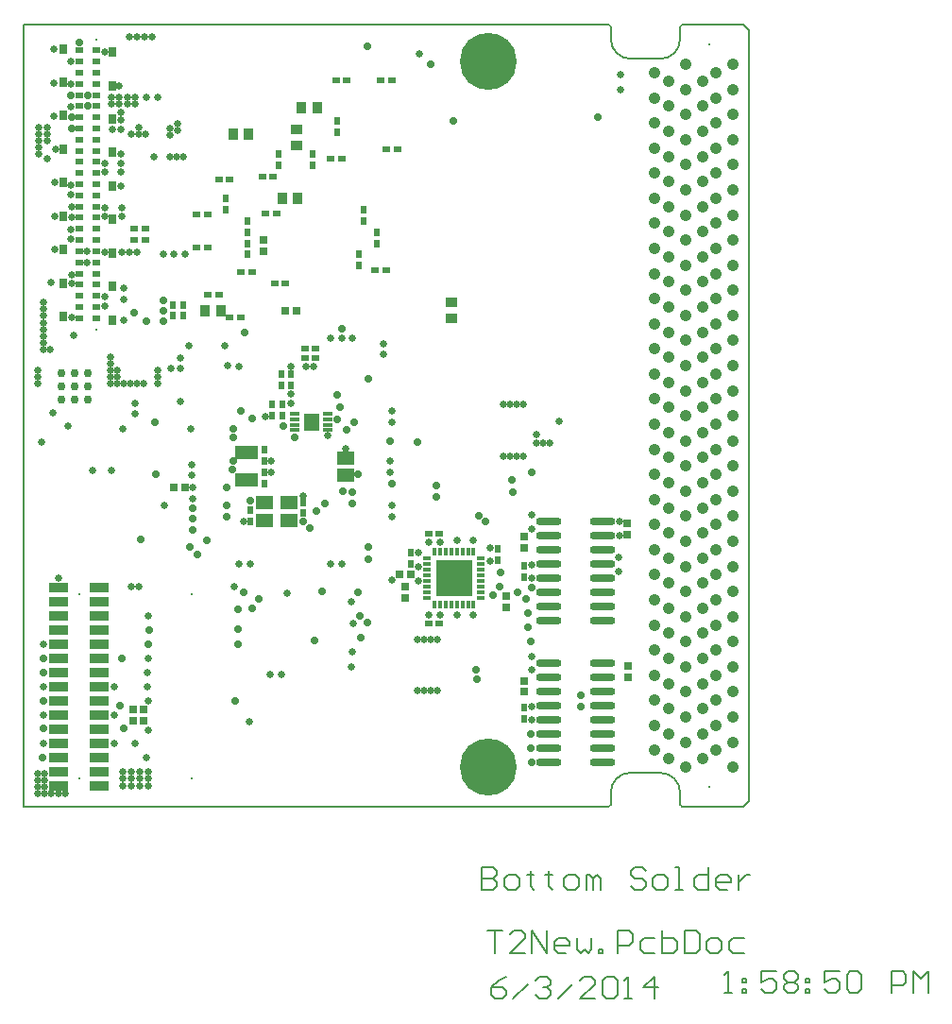
<source format=gbs>
%FSLAX44Y44*%
%MOMM*%
G71*
G01*
G75*
G04 Layer_Color=16711935*
%ADD10O,2.2000X0.6000*%
%ADD11R,0.6000X0.6000*%
%ADD12R,0.6000X0.5000*%
%ADD13R,2.7940X0.7366*%
%ADD14R,0.6000X1.2000*%
%ADD15R,1.6500X0.3000*%
%ADD16R,2.6000X1.1000*%
%ADD17R,1.0000X1.5000*%
%ADD18R,0.6000X0.6000*%
%ADD19R,0.5000X0.6000*%
%ADD20R,0.8000X0.9000*%
%ADD21R,1.0000X1.6000*%
%ADD22R,0.7000X0.3000*%
%ADD23R,1.2000X0.6000*%
%ADD24R,0.9000X0.7000*%
%ADD25R,0.7000X0.9000*%
%ADD26R,0.6500X0.9000*%
%ADD27R,1.1000X1.4000*%
%ADD28R,0.7000X0.6000*%
%ADD29R,1.4000X1.1000*%
%ADD30R,0.6000X0.7000*%
%ADD31O,0.8000X0.5000*%
%ADD32O,0.3500X0.9500*%
%ADD33O,0.9500X0.3500*%
%ADD34R,3.1500X3.1500*%
%ADD35C,0.2700*%
%ADD36O,0.2500X1.5500*%
%ADD37O,1.5500X0.2500*%
%ADD38C,0.5000*%
%ADD39C,0.1270*%
%ADD40C,0.5080*%
%ADD41C,0.6350*%
%ADD42C,0.2540*%
%ADD43C,0.1778*%
%ADD44C,0.2032*%
%ADD45C,0.3048*%
%ADD46C,0.1524*%
%ADD47R,0.9000X0.6000*%
%ADD48R,1.4000X3.3000*%
%ADD49R,1.1000X1.9000*%
%ADD50R,2.5400X0.6350*%
%ADD51R,0.6000X1.6250*%
%ADD52R,3.9250X2.0000*%
%ADD53R,4.0250X0.7250*%
%ADD54R,2.0000X1.5000*%
%ADD55R,1.3750X0.3000*%
%ADD56R,0.9000X0.6500*%
%ADD57R,0.8000X1.2500*%
%ADD58R,1.9000X4.3000*%
%ADD59R,2.1500X2.2250*%
%ADD60R,3.0000X5.8750*%
%ADD61R,2.6000X0.9000*%
%ADD62R,2.5750X2.2750*%
%ADD63R,5.8500X2.1250*%
%ADD64R,3.6000X1.8000*%
%ADD65R,1.4000X3.8000*%
%ADD66R,1.3000X3.3000*%
%ADD67R,2.6000X0.9000*%
%ADD68R,2.6000X0.9000*%
%ADD69R,2.6000X1.0000*%
%ADD70R,2.6000X1.0000*%
%ADD71R,3.8000X2.2000*%
%ADD72R,1.8000X1.6000*%
%ADD73C,0.6000*%
%ADD74C,0.1270*%
%ADD75C,0.2000*%
%ADD76C,0.9500*%
%ADD77C,5.0000*%
%ADD78C,0.6600*%
%ADD79C,0.5588*%
%ADD80C,1.0160*%
%ADD81C,1.3970*%
%ADD82R,1.6000X0.5000*%
%ADD83R,0.5000X1.6000*%
%ADD84R,13.4000X2.8000*%
%ADD85C,0.8080*%
%ADD86C,1.5240*%
%ADD87C,1.2700*%
%ADD88C,1.2080*%
%ADD89C,1.4080*%
%ADD90C,2.3080*%
G04:AMPARAMS|DCode=91|XSize=1.158mm|YSize=1.158mm|CornerRadius=0mm|HoleSize=0mm|Usage=FLASHONLY|Rotation=0.000|XOffset=0mm|YOffset=0mm|HoleType=Round|Shape=Relief|Width=0.254mm|Gap=0.127mm|Entries=4|*
%AMTHD91*
7,0,0,1.1580,0.9040,0.2540,45*
%
%ADD91THD91*%
%ADD92C,1.1580*%
G04:AMPARAMS|DCode=93|XSize=0.808mm|YSize=0.808mm|CornerRadius=0mm|HoleSize=0mm|Usage=FLASHONLY|Rotation=0.000|XOffset=0mm|YOffset=0mm|HoleType=Round|Shape=Relief|Width=0.254mm|Gap=0.127mm|Entries=4|*
%AMTHD93*
7,0,0,0.8080,0.5540,0.2540,45*
%
%ADD93THD93*%
%ADD94C,3.0080*%
%ADD95C,0.8128*%
%ADD96R,1.6000X0.5000*%
%ADD97R,2.2000X2.8000*%
%ADD98R,11.2000X2.8000*%
%ADD99C,0.8380*%
%ADD100R,6.5000X2.8000*%
%ADD101R,6.8000X2.8000*%
%ADD102R,2.3000X2.7000*%
%ADD103R,11.0000X2.8000*%
%ADD104R,0.2500X0.6000*%
%ADD105R,0.6000X0.2500*%
%ADD106R,3.1000X3.1000*%
%ADD107R,1.6764X0.7366*%
%ADD108R,0.7000X0.5000*%
%ADD109R,0.6500X0.8000*%
%ADD110R,1.4000X1.2000*%
%ADD111R,1.9000X1.1000*%
%ADD112R,0.9000X0.8000*%
%ADD113R,0.7500X0.3000*%
%ADD114R,1.3600X1.4600*%
%ADD115C,0.7112*%
%ADD116R,1.6000X1.4000*%
%ADD117R,3.4290X0.6350*%
%ADD118R,0.8000X0.8000*%
%ADD119R,4.8500X1.5000*%
%ADD120R,1.6000X1.5000*%
%ADD121R,2.1750X1.5000*%
%ADD122R,1.6000X0.8000*%
%ADD123R,1.5750X1.5000*%
%ADD124R,1.3500X3.8000*%
%ADD125R,0.9000X0.9500*%
%ADD126R,0.6750X2.1250*%
%ADD127R,0.7500X2.1250*%
%ADD128R,1.5500X1.3750*%
%ADD129R,3.3000X0.8000*%
%ADD130R,2.2000X2.3000*%
%ADD131R,4.4000X0.7000*%
%ADD132R,4.4000X2.0000*%
%ADD133R,3.3250X2.7500*%
%ADD134R,2.1500X0.8000*%
%ADD135R,1.8500X3.8250*%
%ADD136R,1.5750X0.5250*%
%ADD137R,1.7000X0.5000*%
%ADD138R,1.4750X0.8000*%
%ADD139R,1.4500X0.8000*%
%ADD140R,1.6000X1.5250*%
%ADD141R,1.4500X0.8000*%
%ADD142R,1.6250X1.5000*%
%ADD143R,1.3500X1.8000*%
%ADD144R,1.5250X1.5000*%
%ADD145R,1.4500X1.8000*%
%ADD146R,1.5500X1.5000*%
%ADD147R,1.6500X0.8000*%
%ADD148R,1.6500X2.5000*%
%ADD149R,1.3970X2.4130*%
%ADD150R,1.3970X0.6350*%
%ADD151C,0.6000*%
%ADD152C,0.2500*%
%ADD153C,0.2000*%
%ADD154C,0.1500*%
%ADD155R,0.8000X1.4000*%
%ADD156R,1.3000X1.3000*%
%ADD157C,1.2000*%
%ADD158O,2.3016X0.7016*%
%ADD159R,0.7016X0.7016*%
%ADD160R,0.7016X0.6016*%
%ADD161R,2.8956X0.8382*%
%ADD162R,0.7016X1.3016*%
%ADD163R,1.7516X0.4016*%
%ADD164R,2.7016X1.2016*%
%ADD165R,0.7016X0.7016*%
%ADD166R,0.6016X0.7016*%
%ADD167R,0.9016X1.0016*%
%ADD168R,1.1016X1.7016*%
%ADD169R,0.8016X0.4016*%
%ADD170R,1.3016X0.7016*%
%ADD171R,1.0016X0.8016*%
%ADD172R,0.8016X1.0016*%
%ADD173R,0.7516X1.0016*%
%ADD174R,1.2016X1.5016*%
%ADD175R,0.8016X0.7016*%
%ADD176R,1.5016X1.2016*%
%ADD177R,0.7016X0.8016*%
%ADD178O,0.9016X0.6016*%
%ADD179O,0.4516X1.0516*%
%ADD180O,1.0516X0.4516*%
%ADD181R,3.2516X3.2516*%
%ADD182C,0.3716*%
%ADD183O,0.3516X1.6516*%
%ADD184O,1.6516X0.3516*%
%ADD185C,0.6016*%
%ADD186C,0.2286*%
%ADD187C,0.3016*%
%ADD188C,1.0516*%
%ADD189C,5.1016*%
%ADD190C,0.7016*%
%ADD191C,0.6604*%
%ADD192R,0.3516X0.7016*%
%ADD193R,0.7016X0.3516*%
%ADD194R,3.2016X3.2016*%
%ADD195R,1.7780X0.8382*%
%ADD196R,0.8016X0.6016*%
%ADD197R,0.7516X0.9016*%
%ADD198R,1.5016X1.3016*%
%ADD199R,2.0016X1.2016*%
%ADD200R,1.0016X0.9016*%
%ADD201R,0.8516X0.4016*%
%ADD202R,1.4616X1.5616*%
%ADD203C,0.7616*%
D39*
X200000Y200000D02*
X724500D01*
D46*
X611000Y145994D02*
Y126000D01*
X620997D01*
X624329Y129332D01*
Y132664D01*
X620997Y135997D01*
X611000D01*
X620997D01*
X624329Y139329D01*
Y142661D01*
X620997Y145994D01*
X611000D01*
X634326Y126000D02*
X640990D01*
X644323Y129332D01*
Y135997D01*
X640990Y139329D01*
X634326D01*
X630994Y135997D01*
Y129332D01*
X634326Y126000D01*
X654319Y142661D02*
Y139329D01*
X650987D01*
X657652D01*
X654319D01*
Y129332D01*
X657652Y126000D01*
X670981Y142661D02*
Y139329D01*
X667648D01*
X674313D01*
X670981D01*
Y129332D01*
X674313Y126000D01*
X687642D02*
X694306D01*
X697639Y129332D01*
Y135997D01*
X694306Y139329D01*
X687642D01*
X684310Y135997D01*
Y129332D01*
X687642Y126000D01*
X704303D02*
Y139329D01*
X707635D01*
X710968Y135997D01*
Y126000D01*
Y135997D01*
X714300Y139329D01*
X717632Y135997D01*
Y126000D01*
X757619Y142661D02*
X754287Y145994D01*
X747623D01*
X744290Y142661D01*
Y139329D01*
X747623Y135997D01*
X754287D01*
X757619Y132664D01*
Y129332D01*
X754287Y126000D01*
X747623D01*
X744290Y129332D01*
X767616Y126000D02*
X774281D01*
X777613Y129332D01*
Y135997D01*
X774281Y139329D01*
X767616D01*
X764284Y135997D01*
Y129332D01*
X767616Y126000D01*
X784277D02*
X790942D01*
X787610D01*
Y145994D01*
X784277D01*
X814268D02*
Y126000D01*
X804271D01*
X800939Y129332D01*
Y135997D01*
X804271Y139329D01*
X814268D01*
X830929Y126000D02*
X824265D01*
X820932Y129332D01*
Y135997D01*
X824265Y139329D01*
X830929D01*
X834261Y135997D01*
Y132664D01*
X820932D01*
X840926Y139329D02*
Y126000D01*
Y132664D01*
X844258Y135997D01*
X847590Y139329D01*
X850923D01*
X790500Y901000D02*
G03*
X788500Y899000I0J-2000D01*
G01*
X726500D02*
G03*
X724500Y901000I-2000J0D01*
G01*
X726500Y888000D02*
G03*
X744000Y870500I17500J0D01*
G01*
X771000D02*
G03*
X788500Y888000I0J17500D01*
G01*
Y213000D02*
G03*
X771000Y230500I-17500J0D01*
G01*
X744000D02*
G03*
X726500Y213000I0J-17500D01*
G01*
X724500Y200000D02*
G03*
X726500Y202000I0J2000D01*
G01*
X788500D02*
G03*
X790500Y200000I2000J0D01*
G01*
X200000Y901000D02*
X724500D01*
X790500D02*
X845000D01*
X726500Y888000D02*
Y899000D01*
X788500Y888000D02*
Y899000D01*
X744000Y870500D02*
X771000D01*
X744000Y230500D02*
X771000D01*
X788500Y202000D02*
Y213000D01*
X726500Y202000D02*
Y213000D01*
X845000Y901000D02*
X850000Y896000D01*
Y205000D02*
Y896000D01*
X845000Y200000D02*
X850000Y205000D01*
X790500Y200000D02*
X845000D01*
X200000D02*
Y901000D01*
X616000Y88994D02*
X629329D01*
X622664D01*
Y69000D01*
X649323D02*
X635994D01*
X649323Y82329D01*
Y85661D01*
X645990Y88994D01*
X639326D01*
X635994Y85661D01*
X655987Y69000D02*
Y88994D01*
X669316Y69000D01*
Y88994D01*
X685977Y69000D02*
X679313D01*
X675981Y72332D01*
Y78997D01*
X679313Y82329D01*
X685977D01*
X689310Y78997D01*
Y75665D01*
X675981D01*
X695974Y82329D02*
Y72332D01*
X699306Y69000D01*
X702639Y72332D01*
X705971Y69000D01*
X709303Y72332D01*
Y82329D01*
X715968Y69000D02*
Y72332D01*
X719300D01*
Y69000D01*
X715968D01*
X732629D02*
Y88994D01*
X742626D01*
X745958Y85661D01*
Y78997D01*
X742626Y75665D01*
X732629D01*
X765952Y82329D02*
X755955D01*
X752623Y78997D01*
Y72332D01*
X755955Y69000D01*
X765952D01*
X772616Y88994D02*
Y69000D01*
X782613D01*
X785945Y72332D01*
Y75665D01*
Y78997D01*
X782613Y82329D01*
X772616D01*
X792610Y88994D02*
Y69000D01*
X802607D01*
X805939Y72332D01*
Y85661D01*
X802607Y88994D01*
X792610D01*
X815936Y69000D02*
X822600D01*
X825932Y72332D01*
Y78997D01*
X822600Y82329D01*
X815936D01*
X812603Y78997D01*
Y72332D01*
X815936Y69000D01*
X845926Y82329D02*
X835929D01*
X832597Y78997D01*
Y72332D01*
X835929Y69000D01*
X845926D01*
X632329Y47994D02*
X625664Y44661D01*
X619000Y37997D01*
Y31332D01*
X622332Y28000D01*
X628997D01*
X632329Y31332D01*
Y34664D01*
X628997Y37997D01*
X619000D01*
X638994Y28000D02*
X652323Y41329D01*
X658987Y44661D02*
X662319Y47994D01*
X668984D01*
X672316Y44661D01*
Y41329D01*
X668984Y37997D01*
X665652D01*
X668984D01*
X672316Y34664D01*
Y31332D01*
X668984Y28000D01*
X662319D01*
X658987Y31332D01*
X678981Y28000D02*
X692310Y41329D01*
X712303Y28000D02*
X698974D01*
X712303Y41329D01*
Y44661D01*
X708971Y47994D01*
X702307D01*
X698974Y44661D01*
X718968D02*
X722300Y47994D01*
X728965D01*
X732297Y44661D01*
Y31332D01*
X728965Y28000D01*
X722300D01*
X718968Y31332D01*
Y44661D01*
X738961Y28000D02*
X745626D01*
X742294D01*
Y47994D01*
X738961Y44661D01*
X765619Y28000D02*
Y47994D01*
X755623Y37997D01*
X768952D01*
X828000Y33000D02*
X834665D01*
X831332D01*
Y52994D01*
X828000Y49661D01*
X844661Y46329D02*
X847993D01*
Y42997D01*
X844661D01*
Y46329D01*
Y36332D02*
X847993D01*
Y33000D01*
X844661D01*
Y36332D01*
X874652Y52994D02*
X861323D01*
Y42997D01*
X867987Y46329D01*
X871319D01*
X874652Y42997D01*
Y36332D01*
X871319Y33000D01*
X864655D01*
X861323Y36332D01*
X881316Y49661D02*
X884648Y52994D01*
X891313D01*
X894645Y49661D01*
Y46329D01*
X891313Y42997D01*
X894645Y39664D01*
Y36332D01*
X891313Y33000D01*
X884648D01*
X881316Y36332D01*
Y39664D01*
X884648Y42997D01*
X881316Y46329D01*
Y49661D01*
X884648Y42997D02*
X891313D01*
X901310Y46329D02*
X904642D01*
Y42997D01*
X901310D01*
Y46329D01*
Y36332D02*
X904642D01*
Y33000D01*
X901310D01*
Y36332D01*
X931300Y52994D02*
X917971D01*
Y42997D01*
X924635Y46329D01*
X927968D01*
X931300Y42997D01*
Y36332D01*
X927968Y33000D01*
X921303D01*
X917971Y36332D01*
X937964Y49661D02*
X941297Y52994D01*
X947961D01*
X951294Y49661D01*
Y36332D01*
X947961Y33000D01*
X941297D01*
X937964Y36332D01*
Y49661D01*
X977952Y33000D02*
Y52994D01*
X987948D01*
X991281Y49661D01*
Y42997D01*
X987948Y39664D01*
X977952D01*
X997945Y33000D02*
Y52994D01*
X1004610Y46329D01*
X1011274Y52994D01*
Y33000D01*
D158*
X719000Y455450D02*
D03*
Y442750D02*
D03*
Y430050D02*
D03*
Y417350D02*
D03*
Y404650D02*
D03*
Y391950D02*
D03*
Y379250D02*
D03*
Y366550D02*
D03*
X671000Y455450D02*
D03*
Y442750D02*
D03*
Y430050D02*
D03*
Y417350D02*
D03*
Y404650D02*
D03*
Y391950D02*
D03*
Y379250D02*
D03*
Y366550D02*
D03*
X719000Y328450D02*
D03*
Y315750D02*
D03*
Y303050D02*
D03*
Y290350D02*
D03*
Y277650D02*
D03*
Y264950D02*
D03*
Y252250D02*
D03*
Y239550D02*
D03*
X671000Y328450D02*
D03*
Y315750D02*
D03*
Y303050D02*
D03*
Y290350D02*
D03*
Y277650D02*
D03*
Y264950D02*
D03*
Y252250D02*
D03*
Y239550D02*
D03*
D159*
X633000Y389000D02*
D03*
Y379000D02*
D03*
X542000Y397000D02*
D03*
Y387000D02*
D03*
X415000Y698000D02*
D03*
Y708000D02*
D03*
X741000Y454000D02*
D03*
Y444000D02*
D03*
X649000Y303000D02*
D03*
Y313000D02*
D03*
Y442000D02*
D03*
Y432000D02*
D03*
X742000Y316000D02*
D03*
Y326000D02*
D03*
D160*
X475000Y781000D02*
D03*
X485000D02*
D03*
X452000Y611000D02*
D03*
X462000D02*
D03*
X452000Y602000D02*
D03*
X462000D02*
D03*
X309000Y708000D02*
D03*
X299000D02*
D03*
X309000Y718000D02*
D03*
X299000D02*
D03*
X385000Y762000D02*
D03*
X375000D02*
D03*
X365000Y731000D02*
D03*
X355000D02*
D03*
X355000Y701000D02*
D03*
X365000D02*
D03*
X405000Y679000D02*
D03*
X395000D02*
D03*
X365000Y659000D02*
D03*
X375000D02*
D03*
X525000Y789000D02*
D03*
X535000D02*
D03*
X435000Y669000D02*
D03*
X425000D02*
D03*
X385000Y639000D02*
D03*
X395000D02*
D03*
X515000Y681000D02*
D03*
X525000D02*
D03*
X414000Y765000D02*
D03*
X424000D02*
D03*
X573000Y445000D02*
D03*
X563000D02*
D03*
X573000Y364000D02*
D03*
X563000D02*
D03*
X427000Y732000D02*
D03*
X417000D02*
D03*
X480000Y851000D02*
D03*
X490000D02*
D03*
X520000D02*
D03*
X530000D02*
D03*
D165*
X445000Y645000D02*
D03*
X435000D02*
D03*
X308000Y287000D02*
D03*
X298000D02*
D03*
X308000Y277000D02*
D03*
X298000D02*
D03*
X345000Y486000D02*
D03*
X335000D02*
D03*
X537000Y408000D02*
D03*
X547000D02*
D03*
D166*
X432000Y561000D02*
D03*
Y551000D02*
D03*
X423000Y561000D02*
D03*
Y551000D02*
D03*
X416000Y500000D02*
D03*
Y490000D02*
D03*
X416000Y510000D02*
D03*
Y520000D02*
D03*
X431000Y578000D02*
D03*
Y588000D02*
D03*
X440000Y578000D02*
D03*
Y588000D02*
D03*
X451000Y473000D02*
D03*
Y463000D02*
D03*
X403000Y456000D02*
D03*
Y466000D02*
D03*
X334000Y650000D02*
D03*
Y640000D02*
D03*
X343000Y650000D02*
D03*
Y640000D02*
D03*
X649000Y279000D02*
D03*
Y289000D02*
D03*
Y406000D02*
D03*
Y416000D02*
D03*
X381000Y735000D02*
D03*
Y745000D02*
D03*
X401000Y705000D02*
D03*
Y695000D02*
D03*
X401000Y715000D02*
D03*
Y725000D02*
D03*
X429000Y785000D02*
D03*
Y775000D02*
D03*
X501000Y695000D02*
D03*
Y685000D02*
D03*
X459000Y785000D02*
D03*
Y775000D02*
D03*
X517000Y715000D02*
D03*
Y705000D02*
D03*
X505000Y725000D02*
D03*
Y735000D02*
D03*
X481000Y815000D02*
D03*
Y805000D02*
D03*
X547000Y418000D02*
D03*
Y428000D02*
D03*
X625000Y421000D02*
D03*
Y431000D02*
D03*
D167*
X432000Y745000D02*
D03*
X446000D02*
D03*
X402000Y803000D02*
D03*
X388000D02*
D03*
X463000Y827000D02*
D03*
X449000D02*
D03*
X377000Y645000D02*
D03*
X363000D02*
D03*
D176*
X489000Y512500D02*
D03*
Y497500D02*
D03*
D186*
X350680Y390350D02*
D03*
Y225350D02*
D03*
X249680Y390450D02*
D03*
Y225350D02*
D03*
D187*
X265000Y628000D02*
D03*
Y888000D02*
D03*
X814500Y883500D02*
D03*
Y217500D02*
D03*
D188*
X836000Y865500D02*
D03*
X821000Y858000D02*
D03*
X808500Y850500D02*
D03*
X836000Y843000D02*
D03*
X821000Y835500D02*
D03*
X808500Y828000D02*
D03*
X836000Y820500D02*
D03*
X821000Y813000D02*
D03*
X808500Y805500D02*
D03*
X836000Y798000D02*
D03*
X821000Y790500D02*
D03*
X808500Y783000D02*
D03*
X836000Y775500D02*
D03*
X821000Y768000D02*
D03*
X808500Y760500D02*
D03*
X836000Y753000D02*
D03*
X821000Y745500D02*
D03*
X808500Y738000D02*
D03*
X836000Y730500D02*
D03*
X821000Y723000D02*
D03*
X808500Y715500D02*
D03*
X836000Y708000D02*
D03*
X821000Y700500D02*
D03*
X808500Y693000D02*
D03*
X836000Y685500D02*
D03*
X821000Y678000D02*
D03*
X808500Y670500D02*
D03*
X836000Y663000D02*
D03*
X821000Y655500D02*
D03*
X808500Y648000D02*
D03*
X836000Y640500D02*
D03*
X821000Y633000D02*
D03*
X808500Y625500D02*
D03*
X836000Y618000D02*
D03*
X821000Y610500D02*
D03*
X808500Y603000D02*
D03*
X836000Y595500D02*
D03*
X821000Y588000D02*
D03*
X808500Y580500D02*
D03*
X836000Y573000D02*
D03*
X821000Y565500D02*
D03*
X808500Y558000D02*
D03*
X836000Y550500D02*
D03*
X821000Y543000D02*
D03*
X808500Y535500D02*
D03*
X836000Y528000D02*
D03*
X821000Y520500D02*
D03*
X808500Y513000D02*
D03*
X836000Y505500D02*
D03*
X821000Y498000D02*
D03*
X808500Y490500D02*
D03*
X836000Y483000D02*
D03*
X821000Y475500D02*
D03*
X808500Y468000D02*
D03*
X836000Y460500D02*
D03*
X821000Y453000D02*
D03*
X808500Y445500D02*
D03*
X836000Y438000D02*
D03*
X821000Y430500D02*
D03*
X808500Y423000D02*
D03*
X836000Y415500D02*
D03*
X821000Y408000D02*
D03*
X808500Y400500D02*
D03*
X836000Y393000D02*
D03*
X821000Y385500D02*
D03*
X808500Y378000D02*
D03*
X836000Y370500D02*
D03*
X821000Y363000D02*
D03*
X808500Y355500D02*
D03*
X836000Y348000D02*
D03*
X821000Y340500D02*
D03*
X808500Y333000D02*
D03*
X836000Y325500D02*
D03*
X821000Y318000D02*
D03*
X808500Y310500D02*
D03*
X836000Y303000D02*
D03*
X821000Y295500D02*
D03*
X808500Y288000D02*
D03*
X836000Y280500D02*
D03*
X821000Y273000D02*
D03*
X808500Y265500D02*
D03*
X836000Y258000D02*
D03*
X821000Y250500D02*
D03*
X808500Y243000D02*
D03*
X836000Y235500D02*
D03*
X793500D02*
D03*
X778500Y243000D02*
D03*
X766000Y250500D02*
D03*
X793500Y258000D02*
D03*
X778500Y265500D02*
D03*
X766000Y273000D02*
D03*
X793500Y280500D02*
D03*
X778500Y288000D02*
D03*
X766000Y295500D02*
D03*
X793500Y303000D02*
D03*
X778500Y310500D02*
D03*
X766000Y318000D02*
D03*
X793500Y325500D02*
D03*
X778500Y333000D02*
D03*
X766000Y340500D02*
D03*
X793500Y348000D02*
D03*
X778500Y355500D02*
D03*
X766000Y363000D02*
D03*
X793500Y370500D02*
D03*
X778500Y378000D02*
D03*
X766000Y385500D02*
D03*
X793500Y393000D02*
D03*
X778500Y400500D02*
D03*
X766000Y408000D02*
D03*
X793500Y415500D02*
D03*
X778500Y423000D02*
D03*
X766000Y430500D02*
D03*
X793500Y438000D02*
D03*
X778500Y445500D02*
D03*
X766000Y453000D02*
D03*
X793500Y460500D02*
D03*
X778500Y468000D02*
D03*
X766000Y475500D02*
D03*
X793500Y483000D02*
D03*
X778500Y490500D02*
D03*
X766000Y498000D02*
D03*
X793500Y505500D02*
D03*
X778500Y513000D02*
D03*
X766000Y520500D02*
D03*
X793500Y528000D02*
D03*
X778500Y535500D02*
D03*
X766000Y543000D02*
D03*
X793500Y550500D02*
D03*
X778500Y558000D02*
D03*
X766000Y565500D02*
D03*
X793500Y573000D02*
D03*
X778500Y580500D02*
D03*
X766000Y588000D02*
D03*
X793500Y595500D02*
D03*
X778500Y603000D02*
D03*
X766000Y610500D02*
D03*
X793500Y618000D02*
D03*
X778500Y625500D02*
D03*
X766000Y633000D02*
D03*
X793500Y640500D02*
D03*
X778500Y648000D02*
D03*
X766000Y655500D02*
D03*
X793500Y663000D02*
D03*
X778500Y670500D02*
D03*
X766000Y678000D02*
D03*
X793500Y685500D02*
D03*
X778500Y693000D02*
D03*
X766000Y700500D02*
D03*
X793500Y708000D02*
D03*
X778500Y715500D02*
D03*
X766000Y723000D02*
D03*
X793500Y730500D02*
D03*
X778500Y738000D02*
D03*
X766000Y745500D02*
D03*
X793500Y753000D02*
D03*
X778500Y760500D02*
D03*
X766000Y768000D02*
D03*
X793500Y775500D02*
D03*
X778500Y783000D02*
D03*
X766000Y790500D02*
D03*
X793500Y798000D02*
D03*
X778500Y805500D02*
D03*
X766000Y813000D02*
D03*
X793500Y820500D02*
D03*
X778500Y828000D02*
D03*
X766000Y835500D02*
D03*
X793500Y843000D02*
D03*
X778500Y850500D02*
D03*
X766000Y858000D02*
D03*
X793500Y865500D02*
D03*
D189*
X617000Y868000D02*
D03*
Y235500D02*
D03*
D190*
X411000Y386000D02*
D03*
X481000Y569000D02*
D03*
X486000Y483000D02*
D03*
X312300Y358700D02*
D03*
X312000Y346000D02*
D03*
X397510Y392430D02*
D03*
X242000Y838000D02*
D03*
X508000Y365000D02*
D03*
X258000Y838000D02*
D03*
Y828000D02*
D03*
X405250Y377750D02*
D03*
X305000Y440000D02*
D03*
X317999Y544999D02*
D03*
X502000Y352000D02*
D03*
X500000Y392000D02*
D03*
X392000Y346000D02*
D03*
Y359000D02*
D03*
Y377000D02*
D03*
X470000Y472000D02*
D03*
X457000Y450000D02*
D03*
X553000Y527000D02*
D03*
X288000Y333000D02*
D03*
X462500Y465250D02*
D03*
X565000Y866000D02*
D03*
X585000Y815000D02*
D03*
X495000Y482000D02*
D03*
X495000Y472000D02*
D03*
X508750Y432750D02*
D03*
X530000Y490000D02*
D03*
X570000Y478000D02*
D03*
Y488000D02*
D03*
X496000Y545000D02*
D03*
X490000Y538000D02*
D03*
X508000Y882000D02*
D03*
X352000Y448000D02*
D03*
X382000Y460000D02*
D03*
Y470000D02*
D03*
X352000Y458000D02*
D03*
Y468000D02*
D03*
X382000Y486000D02*
D03*
X715050Y817950D02*
D03*
X405000Y548000D02*
D03*
X395000Y555000D02*
D03*
X655050Y264950D02*
D03*
X654750Y252250D02*
D03*
X655450Y239550D02*
D03*
X243000Y818000D02*
D03*
X243000Y808000D02*
D03*
X433250Y541000D02*
D03*
X443000Y531500D02*
D03*
X481000Y547500D02*
D03*
X387000Y502000D02*
D03*
X388000Y510000D02*
D03*
X403000Y474000D02*
D03*
X451000Y456000D02*
D03*
X500000Y498000D02*
D03*
X250000Y885000D02*
D03*
X299000Y642750D02*
D03*
X290000Y270000D02*
D03*
X286447Y290553D02*
D03*
X398000Y625000D02*
D03*
X325000Y635000D02*
D03*
X218000Y270000D02*
D03*
X325000Y645000D02*
D03*
Y654000D02*
D03*
X310000Y635000D02*
D03*
X484000Y558000D02*
D03*
X388000Y531000D02*
D03*
Y539000D02*
D03*
X319000Y498000D02*
D03*
X349000Y433000D02*
D03*
X356000Y426000D02*
D03*
X364000Y439000D02*
D03*
X390000Y295200D02*
D03*
X218000Y333300D02*
D03*
Y320600D02*
D03*
Y295200D02*
D03*
X217400Y244400D02*
D03*
X501750Y371250D02*
D03*
X468000Y393000D02*
D03*
X461000Y349000D02*
D03*
X509500Y583500D02*
D03*
X529000Y528000D02*
D03*
X509000Y422000D02*
D03*
X608500Y461000D02*
D03*
X614000Y455500D02*
D03*
X606000Y322500D02*
D03*
X606500Y314500D02*
D03*
X621000Y389500D02*
D03*
X627000Y397500D02*
D03*
X700000Y289500D02*
D03*
Y300000D02*
D03*
X627500Y410000D02*
D03*
X654450Y348050D02*
D03*
X652250Y360750D02*
D03*
X652550Y373450D02*
D03*
X642500Y392000D02*
D03*
X650500Y386000D02*
D03*
X655500Y396500D02*
D03*
X639000Y482000D02*
D03*
X637500Y493000D02*
D03*
X655550Y499450D02*
D03*
X485000Y628500D02*
D03*
D191*
X389000Y397000D02*
D03*
X231000Y405000D02*
D03*
X297000Y397000D02*
D03*
X303000D02*
D03*
X495250Y364750D02*
D03*
X494750Y338750D02*
D03*
X340500Y602500D02*
D03*
X216000Y527000D02*
D03*
X493750Y325750D02*
D03*
X300000Y257000D02*
D03*
X436000Y391250D02*
D03*
X402500Y276000D02*
D03*
X493750Y384250D02*
D03*
X421000Y319000D02*
D03*
X431000D02*
D03*
X495000Y620000D02*
D03*
X485000D02*
D03*
X475000D02*
D03*
X523000Y615000D02*
D03*
Y606000D02*
D03*
X380500Y613500D02*
D03*
X735000Y856000D02*
D03*
Y843000D02*
D03*
X656000Y278000D02*
D03*
Y290000D02*
D03*
Y323000D02*
D03*
Y335000D02*
D03*
Y405000D02*
D03*
Y417000D02*
D03*
X345000Y695000D02*
D03*
X335000D02*
D03*
X325000D02*
D03*
X256500Y688000D02*
D03*
X256750Y698000D02*
D03*
X243000Y639000D02*
D03*
Y669000D02*
D03*
Y677000D02*
D03*
X228000Y700000D02*
D03*
X242000Y709000D02*
D03*
Y717000D02*
D03*
X225000Y670000D02*
D03*
X555000Y875000D02*
D03*
X440000Y595000D02*
D03*
X460000D02*
D03*
X453000Y595000D02*
D03*
X439500Y570500D02*
D03*
Y561500D02*
D03*
X473000Y532500D02*
D03*
X383000Y595500D02*
D03*
X393000Y595000D02*
D03*
X417000Y550000D02*
D03*
X352000Y476000D02*
D03*
Y486000D02*
D03*
X351000Y507000D02*
D03*
Y497000D02*
D03*
X422000Y510000D02*
D03*
Y500000D02*
D03*
X326000Y470000D02*
D03*
X289000Y539000D02*
D03*
X397000Y456000D02*
D03*
X451000Y479000D02*
D03*
X485000Y418000D02*
D03*
X475000Y418000D02*
D03*
X489000Y521000D02*
D03*
X529000Y510000D02*
D03*
Y500000D02*
D03*
X530000Y555000D02*
D03*
Y545000D02*
D03*
Y470000D02*
D03*
Y460000D02*
D03*
X403000Y418000D02*
D03*
X393000Y418000D02*
D03*
X312000Y269000D02*
D03*
Y295000D02*
D03*
X311860Y333300D02*
D03*
X312000Y371000D02*
D03*
X310000Y244500D02*
D03*
X311500Y231500D02*
D03*
X304000D02*
D03*
X296500D02*
D03*
X289000D02*
D03*
X311500Y219000D02*
D03*
X304000D02*
D03*
X296500D02*
D03*
X289000D02*
D03*
X311500Y225250D02*
D03*
X304000D02*
D03*
X296500D02*
D03*
X289000D02*
D03*
X219000Y230000D02*
D03*
Y224000D02*
D03*
Y218000D02*
D03*
Y212000D02*
D03*
X237000D02*
D03*
X231000D02*
D03*
X225000D02*
D03*
X273000Y657000D02*
D03*
Y649000D02*
D03*
X290000Y665000D02*
D03*
Y655000D02*
D03*
Y636000D02*
D03*
X273000Y697000D02*
D03*
X288000D02*
D03*
X295000D02*
D03*
X302000D02*
D03*
X228000Y729000D02*
D03*
X273000Y737000D02*
D03*
Y729000D02*
D03*
X288000Y737000D02*
D03*
Y729000D02*
D03*
X273000Y777000D02*
D03*
Y769000D02*
D03*
X287000Y785000D02*
D03*
Y777000D02*
D03*
Y769000D02*
D03*
Y756000D02*
D03*
X229000Y789000D02*
D03*
X242000Y757000D02*
D03*
Y749000D02*
D03*
X228000Y760000D02*
D03*
X287000Y816000D02*
D03*
X286000Y846000D02*
D03*
X273000Y877000D02*
D03*
X227000Y879000D02*
D03*
X242000Y868000D02*
D03*
Y848000D02*
D03*
X227000Y849000D02*
D03*
Y819000D02*
D03*
X242500Y827750D02*
D03*
X243500Y738000D02*
D03*
Y728000D02*
D03*
X332000Y593000D02*
D03*
X341000Y593000D02*
D03*
X348500Y613500D02*
D03*
X350000Y539000D02*
D03*
X341000Y563000D02*
D03*
X262000Y501500D02*
D03*
X279000D02*
D03*
X309000Y803000D02*
D03*
X303000D02*
D03*
X297000D02*
D03*
X303000Y809000D02*
D03*
X310000Y836000D02*
D03*
X320000D02*
D03*
X331000Y808000D02*
D03*
X338000Y812000D02*
D03*
X331000Y783000D02*
D03*
X337000D02*
D03*
X343000D02*
D03*
X338000Y806000D02*
D03*
X331000Y802000D02*
D03*
X287000Y822000D02*
D03*
X317000Y783000D02*
D03*
X218000Y652000D02*
D03*
Y646000D02*
D03*
Y640000D02*
D03*
Y634000D02*
D03*
Y628000D02*
D03*
Y622000D02*
D03*
Y616000D02*
D03*
Y610000D02*
D03*
X224000D02*
D03*
X213000Y579000D02*
D03*
Y585000D02*
D03*
Y591000D02*
D03*
X245000Y623000D02*
D03*
X239500Y541250D02*
D03*
X278000Y603000D02*
D03*
Y597000D02*
D03*
Y591000D02*
D03*
Y585000D02*
D03*
Y579000D02*
D03*
X284000D02*
D03*
X290000D02*
D03*
X296000D02*
D03*
X302000D02*
D03*
X308000D02*
D03*
X320000D02*
D03*
Y585000D02*
D03*
Y591000D02*
D03*
X284000Y585000D02*
D03*
Y591000D02*
D03*
X300000Y552000D02*
D03*
Y562000D02*
D03*
X214000Y809000D02*
D03*
X221000D02*
D03*
Y803000D02*
D03*
X214000D02*
D03*
Y797000D02*
D03*
Y791000D02*
D03*
Y785000D02*
D03*
X221000Y781000D02*
D03*
Y797000D02*
D03*
X293000Y836000D02*
D03*
X300000D02*
D03*
X293000Y830000D02*
D03*
X300000D02*
D03*
X287000Y807000D02*
D03*
X280000D02*
D03*
X286000Y836000D02*
D03*
Y830000D02*
D03*
X279000Y836000D02*
D03*
Y830000D02*
D03*
X295000Y890000D02*
D03*
X301750D02*
D03*
X308500D02*
D03*
X315000D02*
D03*
X648000Y561000D02*
D03*
X642000D02*
D03*
X636000D02*
D03*
X630000D02*
D03*
X648000Y514000D02*
D03*
X642000D02*
D03*
X636000D02*
D03*
X630000D02*
D03*
X553000Y350000D02*
D03*
X559000D02*
D03*
X565000D02*
D03*
X571000D02*
D03*
X553000Y304000D02*
D03*
X559000D02*
D03*
X565000D02*
D03*
X571000D02*
D03*
X226250Y552750D02*
D03*
X218000Y346000D02*
D03*
Y308000D02*
D03*
X218100Y282500D02*
D03*
Y257100D02*
D03*
X281260Y282500D02*
D03*
Y307900D02*
D03*
Y257100D02*
D03*
X213000Y212000D02*
D03*
Y218000D02*
D03*
Y224000D02*
D03*
Y230000D02*
D03*
X311100Y307900D02*
D03*
X311000Y320500D02*
D03*
X680500Y545500D02*
D03*
X660000Y526000D02*
D03*
X672000D02*
D03*
X660000Y534000D02*
D03*
X666000Y526000D02*
D03*
X554000Y428000D02*
D03*
Y415000D02*
D03*
Y402500D02*
D03*
X530000Y403000D02*
D03*
X588500Y438500D02*
D03*
X603500D02*
D03*
X563000Y437000D02*
D03*
X573500Y437500D02*
D03*
X618500Y432000D02*
D03*
Y420000D02*
D03*
X603500Y372000D02*
D03*
X588500D02*
D03*
X573500D02*
D03*
X563500D02*
D03*
X656000Y449000D02*
D03*
Y461500D02*
D03*
X734500Y455450D02*
D03*
X734000Y442750D02*
D03*
X733500Y423500D02*
D03*
Y410500D02*
D03*
D192*
X568500Y429000D02*
D03*
X573500D02*
D03*
X578500D02*
D03*
X583500D02*
D03*
X588500D02*
D03*
X593500D02*
D03*
X598500D02*
D03*
X603500D02*
D03*
Y381000D02*
D03*
X598500D02*
D03*
X593500D02*
D03*
X588500D02*
D03*
X583500D02*
D03*
X578500D02*
D03*
X573500D02*
D03*
X568500D02*
D03*
D193*
X610000Y422500D02*
D03*
Y417500D02*
D03*
Y412500D02*
D03*
Y407500D02*
D03*
Y402500D02*
D03*
Y397500D02*
D03*
Y392500D02*
D03*
Y387500D02*
D03*
X562000D02*
D03*
Y392500D02*
D03*
Y397500D02*
D03*
Y402500D02*
D03*
Y407500D02*
D03*
Y412500D02*
D03*
Y417500D02*
D03*
Y422500D02*
D03*
D194*
X586000Y405000D02*
D03*
D195*
X231265Y307900D02*
D03*
Y384100D02*
D03*
X268095D02*
D03*
X231265Y371400D02*
D03*
X268095D02*
D03*
X231265Y358700D02*
D03*
X268095D02*
D03*
X231265Y346000D02*
D03*
X268095D02*
D03*
X231265Y333300D02*
D03*
X268095D02*
D03*
X231265Y320600D02*
D03*
X268095D02*
D03*
Y307900D02*
D03*
X231265Y219000D02*
D03*
Y295200D02*
D03*
X268095D02*
D03*
X231265Y282500D02*
D03*
X268095D02*
D03*
X231265Y269800D02*
D03*
X268095D02*
D03*
X231265Y257100D02*
D03*
X268095D02*
D03*
X231265Y244400D02*
D03*
X268095D02*
D03*
X231265Y231700D02*
D03*
X268095D02*
D03*
Y219000D02*
D03*
Y396800D02*
D03*
X231265D02*
D03*
D196*
X265000Y638000D02*
D03*
X250000D02*
D03*
X265000Y648000D02*
D03*
X250000D02*
D03*
X265000Y658000D02*
D03*
X250000D02*
D03*
X265000Y668000D02*
D03*
X250000D02*
D03*
X265000Y678000D02*
D03*
X250000D02*
D03*
X265000Y688000D02*
D03*
X250000D02*
D03*
X265000Y698000D02*
D03*
X250000D02*
D03*
X265000Y708000D02*
D03*
X250000D02*
D03*
X265000Y718000D02*
D03*
X250000D02*
D03*
X265000Y728000D02*
D03*
X250000D02*
D03*
X265000Y738000D02*
D03*
X250000D02*
D03*
X265000Y748000D02*
D03*
X250000D02*
D03*
X265000Y758000D02*
D03*
X250000D02*
D03*
X265000Y768000D02*
D03*
X250000D02*
D03*
X265000Y778000D02*
D03*
X250000D02*
D03*
X265000Y788000D02*
D03*
X250000D02*
D03*
X265000Y798000D02*
D03*
X250000D02*
D03*
X265000Y808000D02*
D03*
X250000D02*
D03*
X265000Y818000D02*
D03*
X250000D02*
D03*
X265000Y828000D02*
D03*
X250000D02*
D03*
X265000Y838000D02*
D03*
X250000D02*
D03*
X265000Y848000D02*
D03*
X250000D02*
D03*
X265000Y858000D02*
D03*
X250000D02*
D03*
X265000Y868000D02*
D03*
X250000D02*
D03*
X265000Y878000D02*
D03*
X250000D02*
D03*
D197*
X279755Y696500D02*
D03*
Y726500D02*
D03*
Y756500D02*
D03*
Y786500D02*
D03*
Y816500D02*
D03*
Y846500D02*
D03*
Y876500D02*
D03*
Y666500D02*
D03*
Y636500D02*
D03*
X235250Y699500D02*
D03*
Y729500D02*
D03*
Y759500D02*
D03*
Y789500D02*
D03*
Y819500D02*
D03*
Y849500D02*
D03*
Y879500D02*
D03*
Y669500D02*
D03*
Y639500D02*
D03*
D198*
X416000Y473000D02*
D03*
X438000D02*
D03*
Y457000D02*
D03*
X416000D02*
D03*
D199*
X400000Y493000D02*
D03*
Y518000D02*
D03*
D200*
X584000Y652000D02*
D03*
Y638000D02*
D03*
X445000Y793000D02*
D03*
Y807000D02*
D03*
D201*
X473000Y552500D02*
D03*
Y547500D02*
D03*
Y542500D02*
D03*
Y537500D02*
D03*
X443000D02*
D03*
Y542500D02*
D03*
Y547500D02*
D03*
Y552500D02*
D03*
D202*
X458000Y545000D02*
D03*
D203*
X574000Y417000D02*
D03*
Y405000D02*
D03*
Y393000D02*
D03*
X586000Y417000D02*
D03*
Y405000D02*
D03*
Y393000D02*
D03*
X598000Y417000D02*
D03*
Y405000D02*
D03*
Y393000D02*
D03*
X258000Y589000D02*
D03*
Y577000D02*
D03*
Y565000D02*
D03*
X246000Y589000D02*
D03*
Y577000D02*
D03*
Y565000D02*
D03*
X234000Y589000D02*
D03*
Y577000D02*
D03*
Y565000D02*
D03*
M02*

</source>
